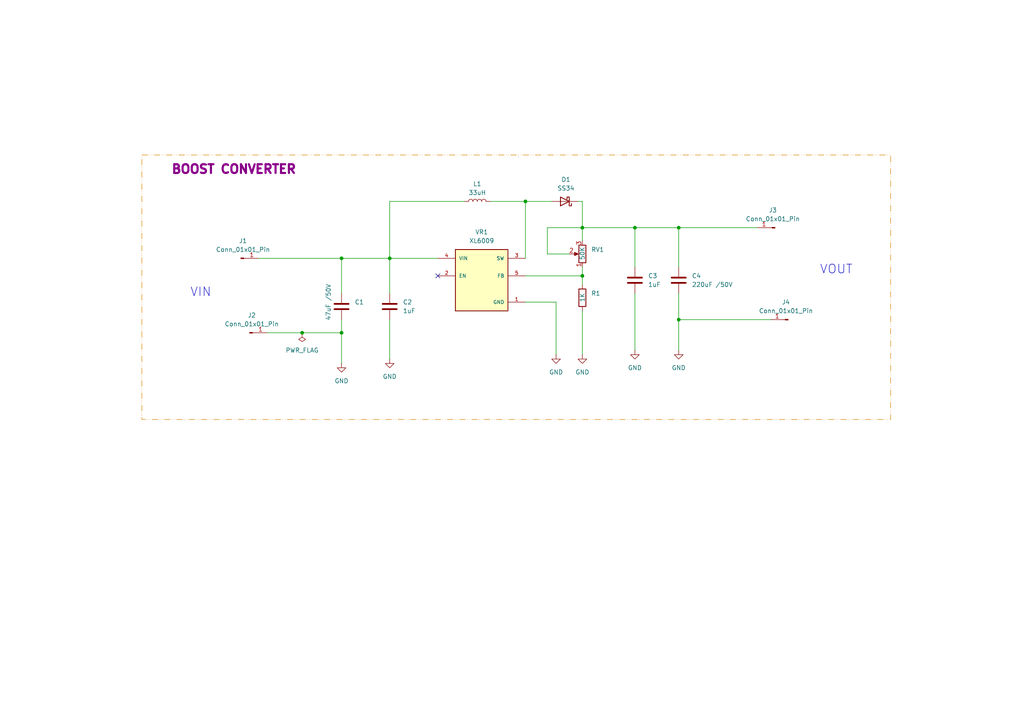
<source format=kicad_sch>
(kicad_sch
	(version 20250114)
	(generator "eeschema")
	(generator_version "9.0")
	(uuid "bfc050bd-d499-4ddb-8d81-bb4e004b44d8")
	(paper "A4")
	(title_block
		(title "BOOST CONVERTER")
		(date "2025-11-29")
		(company "IIT DHARWAD")
		(comment 1 "Drawn By :- Er. Sujit Kumar")
	)
	(lib_symbols
		(symbol "Connector:Conn_01x01_Pin"
			(pin_names
				(offset 1.016)
				(hide yes)
			)
			(exclude_from_sim no)
			(in_bom yes)
			(on_board yes)
			(property "Reference" "J"
				(at 0 2.54 0)
				(effects
					(font
						(size 1.27 1.27)
					)
				)
			)
			(property "Value" "Conn_01x01_Pin"
				(at 0 -2.54 0)
				(effects
					(font
						(size 1.27 1.27)
					)
				)
			)
			(property "Footprint" ""
				(at 0 0 0)
				(effects
					(font
						(size 1.27 1.27)
					)
					(hide yes)
				)
			)
			(property "Datasheet" "~"
				(at 0 0 0)
				(effects
					(font
						(size 1.27 1.27)
					)
					(hide yes)
				)
			)
			(property "Description" "Generic connector, single row, 01x01, script generated"
				(at 0 0 0)
				(effects
					(font
						(size 1.27 1.27)
					)
					(hide yes)
				)
			)
			(property "ki_locked" ""
				(at 0 0 0)
				(effects
					(font
						(size 1.27 1.27)
					)
				)
			)
			(property "ki_keywords" "connector"
				(at 0 0 0)
				(effects
					(font
						(size 1.27 1.27)
					)
					(hide yes)
				)
			)
			(property "ki_fp_filters" "Connector*:*_1x??_*"
				(at 0 0 0)
				(effects
					(font
						(size 1.27 1.27)
					)
					(hide yes)
				)
			)
			(symbol "Conn_01x01_Pin_1_1"
				(rectangle
					(start 0.8636 0.127)
					(end 0 -0.127)
					(stroke
						(width 0.1524)
						(type default)
					)
					(fill
						(type outline)
					)
				)
				(polyline
					(pts
						(xy 1.27 0) (xy 0.8636 0)
					)
					(stroke
						(width 0.1524)
						(type default)
					)
					(fill
						(type none)
					)
				)
				(pin passive line
					(at 5.08 0 180)
					(length 3.81)
					(name "Pin_1"
						(effects
							(font
								(size 1.27 1.27)
							)
						)
					)
					(number "1"
						(effects
							(font
								(size 1.27 1.27)
							)
						)
					)
				)
			)
			(embedded_fonts no)
		)
		(symbol "Device:C"
			(pin_numbers
				(hide yes)
			)
			(pin_names
				(offset 0.254)
			)
			(exclude_from_sim no)
			(in_bom yes)
			(on_board yes)
			(property "Reference" "C"
				(at 0.635 2.54 0)
				(effects
					(font
						(size 1.27 1.27)
					)
					(justify left)
				)
			)
			(property "Value" "C"
				(at 0.635 -2.54 0)
				(effects
					(font
						(size 1.27 1.27)
					)
					(justify left)
				)
			)
			(property "Footprint" ""
				(at 0.9652 -3.81 0)
				(effects
					(font
						(size 1.27 1.27)
					)
					(hide yes)
				)
			)
			(property "Datasheet" "~"
				(at 0 0 0)
				(effects
					(font
						(size 1.27 1.27)
					)
					(hide yes)
				)
			)
			(property "Description" "Unpolarized capacitor"
				(at 0 0 0)
				(effects
					(font
						(size 1.27 1.27)
					)
					(hide yes)
				)
			)
			(property "ki_keywords" "cap capacitor"
				(at 0 0 0)
				(effects
					(font
						(size 1.27 1.27)
					)
					(hide yes)
				)
			)
			(property "ki_fp_filters" "C_*"
				(at 0 0 0)
				(effects
					(font
						(size 1.27 1.27)
					)
					(hide yes)
				)
			)
			(symbol "C_0_1"
				(polyline
					(pts
						(xy -2.032 0.762) (xy 2.032 0.762)
					)
					(stroke
						(width 0.508)
						(type default)
					)
					(fill
						(type none)
					)
				)
				(polyline
					(pts
						(xy -2.032 -0.762) (xy 2.032 -0.762)
					)
					(stroke
						(width 0.508)
						(type default)
					)
					(fill
						(type none)
					)
				)
			)
			(symbol "C_1_1"
				(pin passive line
					(at 0 3.81 270)
					(length 2.794)
					(name "~"
						(effects
							(font
								(size 1.27 1.27)
							)
						)
					)
					(number "1"
						(effects
							(font
								(size 1.27 1.27)
							)
						)
					)
				)
				(pin passive line
					(at 0 -3.81 90)
					(length 2.794)
					(name "~"
						(effects
							(font
								(size 1.27 1.27)
							)
						)
					)
					(number "2"
						(effects
							(font
								(size 1.27 1.27)
							)
						)
					)
				)
			)
			(embedded_fonts no)
		)
		(symbol "Device:L"
			(pin_numbers
				(hide yes)
			)
			(pin_names
				(offset 1.016)
				(hide yes)
			)
			(exclude_from_sim no)
			(in_bom yes)
			(on_board yes)
			(property "Reference" "L"
				(at -1.27 0 90)
				(effects
					(font
						(size 1.27 1.27)
					)
				)
			)
			(property "Value" "L"
				(at 1.905 0 90)
				(effects
					(font
						(size 1.27 1.27)
					)
				)
			)
			(property "Footprint" ""
				(at 0 0 0)
				(effects
					(font
						(size 1.27 1.27)
					)
					(hide yes)
				)
			)
			(property "Datasheet" "~"
				(at 0 0 0)
				(effects
					(font
						(size 1.27 1.27)
					)
					(hide yes)
				)
			)
			(property "Description" "Inductor"
				(at 0 0 0)
				(effects
					(font
						(size 1.27 1.27)
					)
					(hide yes)
				)
			)
			(property "ki_keywords" "inductor choke coil reactor magnetic"
				(at 0 0 0)
				(effects
					(font
						(size 1.27 1.27)
					)
					(hide yes)
				)
			)
			(property "ki_fp_filters" "Choke_* *Coil* Inductor_* L_*"
				(at 0 0 0)
				(effects
					(font
						(size 1.27 1.27)
					)
					(hide yes)
				)
			)
			(symbol "L_0_1"
				(arc
					(start 0 2.54)
					(mid 0.6323 1.905)
					(end 0 1.27)
					(stroke
						(width 0)
						(type default)
					)
					(fill
						(type none)
					)
				)
				(arc
					(start 0 1.27)
					(mid 0.6323 0.635)
					(end 0 0)
					(stroke
						(width 0)
						(type default)
					)
					(fill
						(type none)
					)
				)
				(arc
					(start 0 0)
					(mid 0.6323 -0.635)
					(end 0 -1.27)
					(stroke
						(width 0)
						(type default)
					)
					(fill
						(type none)
					)
				)
				(arc
					(start 0 -1.27)
					(mid 0.6323 -1.905)
					(end 0 -2.54)
					(stroke
						(width 0)
						(type default)
					)
					(fill
						(type none)
					)
				)
			)
			(symbol "L_1_1"
				(pin passive line
					(at 0 3.81 270)
					(length 1.27)
					(name "1"
						(effects
							(font
								(size 1.27 1.27)
							)
						)
					)
					(number "1"
						(effects
							(font
								(size 1.27 1.27)
							)
						)
					)
				)
				(pin passive line
					(at 0 -3.81 90)
					(length 1.27)
					(name "2"
						(effects
							(font
								(size 1.27 1.27)
							)
						)
					)
					(number "2"
						(effects
							(font
								(size 1.27 1.27)
							)
						)
					)
				)
			)
			(embedded_fonts no)
		)
		(symbol "Device:R"
			(pin_numbers
				(hide yes)
			)
			(pin_names
				(offset 0)
			)
			(exclude_from_sim no)
			(in_bom yes)
			(on_board yes)
			(property "Reference" "R"
				(at 2.032 0 90)
				(effects
					(font
						(size 1.27 1.27)
					)
				)
			)
			(property "Value" "R"
				(at 0 0 90)
				(effects
					(font
						(size 1.27 1.27)
					)
				)
			)
			(property "Footprint" ""
				(at -1.778 0 90)
				(effects
					(font
						(size 1.27 1.27)
					)
					(hide yes)
				)
			)
			(property "Datasheet" "~"
				(at 0 0 0)
				(effects
					(font
						(size 1.27 1.27)
					)
					(hide yes)
				)
			)
			(property "Description" "Resistor"
				(at 0 0 0)
				(effects
					(font
						(size 1.27 1.27)
					)
					(hide yes)
				)
			)
			(property "ki_keywords" "R res resistor"
				(at 0 0 0)
				(effects
					(font
						(size 1.27 1.27)
					)
					(hide yes)
				)
			)
			(property "ki_fp_filters" "R_*"
				(at 0 0 0)
				(effects
					(font
						(size 1.27 1.27)
					)
					(hide yes)
				)
			)
			(symbol "R_0_1"
				(rectangle
					(start -1.016 -2.54)
					(end 1.016 2.54)
					(stroke
						(width 0.254)
						(type default)
					)
					(fill
						(type none)
					)
				)
			)
			(symbol "R_1_1"
				(pin passive line
					(at 0 3.81 270)
					(length 1.27)
					(name "~"
						(effects
							(font
								(size 1.27 1.27)
							)
						)
					)
					(number "1"
						(effects
							(font
								(size 1.27 1.27)
							)
						)
					)
				)
				(pin passive line
					(at 0 -3.81 90)
					(length 1.27)
					(name "~"
						(effects
							(font
								(size 1.27 1.27)
							)
						)
					)
					(number "2"
						(effects
							(font
								(size 1.27 1.27)
							)
						)
					)
				)
			)
			(embedded_fonts no)
		)
		(symbol "Device:R_Potentiometer"
			(pin_names
				(offset 1.016)
				(hide yes)
			)
			(exclude_from_sim no)
			(in_bom yes)
			(on_board yes)
			(property "Reference" "RV"
				(at -4.445 0 90)
				(effects
					(font
						(size 1.27 1.27)
					)
				)
			)
			(property "Value" "R_Potentiometer"
				(at -2.54 0 90)
				(effects
					(font
						(size 1.27 1.27)
					)
				)
			)
			(property "Footprint" ""
				(at 0 0 0)
				(effects
					(font
						(size 1.27 1.27)
					)
					(hide yes)
				)
			)
			(property "Datasheet" "~"
				(at 0 0 0)
				(effects
					(font
						(size 1.27 1.27)
					)
					(hide yes)
				)
			)
			(property "Description" "Potentiometer"
				(at 0 0 0)
				(effects
					(font
						(size 1.27 1.27)
					)
					(hide yes)
				)
			)
			(property "ki_keywords" "resistor variable"
				(at 0 0 0)
				(effects
					(font
						(size 1.27 1.27)
					)
					(hide yes)
				)
			)
			(property "ki_fp_filters" "Potentiometer*"
				(at 0 0 0)
				(effects
					(font
						(size 1.27 1.27)
					)
					(hide yes)
				)
			)
			(symbol "R_Potentiometer_0_1"
				(rectangle
					(start 1.016 2.54)
					(end -1.016 -2.54)
					(stroke
						(width 0.254)
						(type default)
					)
					(fill
						(type none)
					)
				)
				(polyline
					(pts
						(xy 1.143 0) (xy 2.286 0.508) (xy 2.286 -0.508) (xy 1.143 0)
					)
					(stroke
						(width 0)
						(type default)
					)
					(fill
						(type outline)
					)
				)
				(polyline
					(pts
						(xy 2.54 0) (xy 1.524 0)
					)
					(stroke
						(width 0)
						(type default)
					)
					(fill
						(type none)
					)
				)
			)
			(symbol "R_Potentiometer_1_1"
				(pin passive line
					(at 0 3.81 270)
					(length 1.27)
					(name "1"
						(effects
							(font
								(size 1.27 1.27)
							)
						)
					)
					(number "1"
						(effects
							(font
								(size 1.27 1.27)
							)
						)
					)
				)
				(pin passive line
					(at 0 -3.81 90)
					(length 1.27)
					(name "3"
						(effects
							(font
								(size 1.27 1.27)
							)
						)
					)
					(number "3"
						(effects
							(font
								(size 1.27 1.27)
							)
						)
					)
				)
				(pin passive line
					(at 3.81 0 180)
					(length 1.27)
					(name "2"
						(effects
							(font
								(size 1.27 1.27)
							)
						)
					)
					(number "2"
						(effects
							(font
								(size 1.27 1.27)
							)
						)
					)
				)
			)
			(embedded_fonts no)
		)
		(symbol "Diode:SS34"
			(pin_numbers
				(hide yes)
			)
			(pin_names
				(offset 1.016)
				(hide yes)
			)
			(exclude_from_sim no)
			(in_bom yes)
			(on_board yes)
			(property "Reference" "D"
				(at 0 2.54 0)
				(effects
					(font
						(size 1.27 1.27)
					)
				)
			)
			(property "Value" "SS34"
				(at 0 -2.54 0)
				(effects
					(font
						(size 1.27 1.27)
					)
				)
			)
			(property "Footprint" "Diode_SMD:D_SMA"
				(at 0 -4.445 0)
				(effects
					(font
						(size 1.27 1.27)
					)
					(hide yes)
				)
			)
			(property "Datasheet" "https://www.vishay.com/docs/88751/ss32.pdf"
				(at 0 0 0)
				(effects
					(font
						(size 1.27 1.27)
					)
					(hide yes)
				)
			)
			(property "Description" "40V 3A Schottky Diode, SMA"
				(at 0 0 0)
				(effects
					(font
						(size 1.27 1.27)
					)
					(hide yes)
				)
			)
			(property "ki_keywords" "diode Schottky"
				(at 0 0 0)
				(effects
					(font
						(size 1.27 1.27)
					)
					(hide yes)
				)
			)
			(property "ki_fp_filters" "D*SMA*"
				(at 0 0 0)
				(effects
					(font
						(size 1.27 1.27)
					)
					(hide yes)
				)
			)
			(symbol "SS34_0_1"
				(polyline
					(pts
						(xy -1.905 0.635) (xy -1.905 1.27) (xy -1.27 1.27) (xy -1.27 -1.27) (xy -0.635 -1.27) (xy -0.635 -0.635)
					)
					(stroke
						(width 0.254)
						(type default)
					)
					(fill
						(type none)
					)
				)
				(polyline
					(pts
						(xy 1.27 1.27) (xy 1.27 -1.27) (xy -1.27 0) (xy 1.27 1.27)
					)
					(stroke
						(width 0.254)
						(type default)
					)
					(fill
						(type none)
					)
				)
				(polyline
					(pts
						(xy 1.27 0) (xy -1.27 0)
					)
					(stroke
						(width 0)
						(type default)
					)
					(fill
						(type none)
					)
				)
			)
			(symbol "SS34_1_1"
				(pin passive line
					(at -3.81 0 0)
					(length 2.54)
					(name "K"
						(effects
							(font
								(size 1.27 1.27)
							)
						)
					)
					(number "1"
						(effects
							(font
								(size 1.27 1.27)
							)
						)
					)
				)
				(pin passive line
					(at 3.81 0 180)
					(length 2.54)
					(name "A"
						(effects
							(font
								(size 1.27 1.27)
							)
						)
					)
					(number "2"
						(effects
							(font
								(size 1.27 1.27)
							)
						)
					)
				)
			)
			(embedded_fonts no)
		)
		(symbol "XL6009:XL6009"
			(pin_names
				(offset 1.016)
			)
			(exclude_from_sim no)
			(in_bom yes)
			(on_board yes)
			(property "Reference" "VR"
				(at -7.62 8.89 0)
				(effects
					(font
						(size 1.27 1.27)
					)
					(justify left bottom)
				)
			)
			(property "Value" "XL6009"
				(at -7.62 -11.43 0)
				(effects
					(font
						(size 1.27 1.27)
					)
					(justify left top)
				)
			)
			(property "Footprint" "XL6009:DPAK170P1435X465-6N"
				(at 0 0 0)
				(effects
					(font
						(size 1.27 1.27)
					)
					(justify bottom)
					(hide yes)
				)
			)
			(property "Datasheet" ""
				(at 0 0 0)
				(effects
					(font
						(size 1.27 1.27)
					)
					(hide yes)
				)
			)
			(property "Description" ""
				(at 0 0 0)
				(effects
					(font
						(size 1.27 1.27)
					)
					(hide yes)
				)
			)
			(property "MF" "XLSEMI"
				(at 0 0 0)
				(effects
					(font
						(size 1.27 1.27)
					)
					(justify bottom)
					(hide yes)
				)
			)
			(property "MAXIMUM_PACKAGE_HEIGHT" "4.65mm"
				(at 0 0 0)
				(effects
					(font
						(size 1.27 1.27)
					)
					(justify bottom)
					(hide yes)
				)
			)
			(property "Package" "TO-263-5L XLSEMI"
				(at 0 0 0)
				(effects
					(font
						(size 1.27 1.27)
					)
					(justify bottom)
					(hide yes)
				)
			)
			(property "Price" "None"
				(at 0 0 0)
				(effects
					(font
						(size 1.27 1.27)
					)
					(justify bottom)
					(hide yes)
				)
			)
			(property "Check_prices" "https://www.snapeda.com/parts/XL6009/XLSEMI/view-part/?ref=eda"
				(at 0 0 0)
				(effects
					(font
						(size 1.27 1.27)
					)
					(justify bottom)
					(hide yes)
				)
			)
			(property "STANDARD" "IPC-7351B"
				(at 0 0 0)
				(effects
					(font
						(size 1.27 1.27)
					)
					(justify bottom)
					(hide yes)
				)
			)
			(property "PARTREV" "1.1"
				(at 0 0 0)
				(effects
					(font
						(size 1.27 1.27)
					)
					(justify bottom)
					(hide yes)
				)
			)
			(property "SnapEDA_Link" "https://www.snapeda.com/parts/XL6009/XLSEMI/view-part/?ref=snap"
				(at 0 0 0)
				(effects
					(font
						(size 1.27 1.27)
					)
					(justify bottom)
					(hide yes)
				)
			)
			(property "MP" "XL6009"
				(at 0 0 0)
				(effects
					(font
						(size 1.27 1.27)
					)
					(justify bottom)
					(hide yes)
				)
			)
			(property "Description_1" "The XL6009 regulator is a wide input range, current mode, DC/DC converter which is capable of generating either positive or negative output voltages."
				(at 0 0 0)
				(effects
					(font
						(size 1.27 1.27)
					)
					(justify bottom)
					(hide yes)
				)
			)
			(property "Availability" "Not in stock"
				(at 0 0 0)
				(effects
					(font
						(size 1.27 1.27)
					)
					(justify bottom)
					(hide yes)
				)
			)
			(property "MANUFACTURER" "XLSEMI"
				(at 0 0 0)
				(effects
					(font
						(size 1.27 1.27)
					)
					(justify bottom)
					(hide yes)
				)
			)
			(symbol "XL6009_0_0"
				(rectangle
					(start -7.62 -10.16)
					(end 7.62 7.62)
					(stroke
						(width 0.254)
						(type default)
					)
					(fill
						(type background)
					)
				)
				(pin input line
					(at -12.7 5.08 0)
					(length 5.08)
					(name "VIN"
						(effects
							(font
								(size 1.016 1.016)
							)
						)
					)
					(number "4"
						(effects
							(font
								(size 1.016 1.016)
							)
						)
					)
				)
				(pin input line
					(at -12.7 0 0)
					(length 5.08)
					(name "EN"
						(effects
							(font
								(size 1.016 1.016)
							)
						)
					)
					(number "2"
						(effects
							(font
								(size 1.016 1.016)
							)
						)
					)
				)
				(pin output line
					(at 12.7 5.08 180)
					(length 5.08)
					(name "SW"
						(effects
							(font
								(size 1.016 1.016)
							)
						)
					)
					(number "3"
						(effects
							(font
								(size 1.016 1.016)
							)
						)
					)
				)
				(pin output line
					(at 12.7 5.08 180)
					(length 5.08)
					(hide yes)
					(name "SW"
						(effects
							(font
								(size 1.016 1.016)
							)
						)
					)
					(number "6"
						(effects
							(font
								(size 1.016 1.016)
							)
						)
					)
				)
				(pin input line
					(at 12.7 0 180)
					(length 5.08)
					(name "FB"
						(effects
							(font
								(size 1.016 1.016)
							)
						)
					)
					(number "5"
						(effects
							(font
								(size 1.016 1.016)
							)
						)
					)
				)
				(pin power_in line
					(at 12.7 -7.62 180)
					(length 5.08)
					(name "GND"
						(effects
							(font
								(size 1.016 1.016)
							)
						)
					)
					(number "1"
						(effects
							(font
								(size 1.016 1.016)
							)
						)
					)
				)
			)
			(embedded_fonts no)
		)
		(symbol "power:GND"
			(power)
			(pin_numbers
				(hide yes)
			)
			(pin_names
				(offset 0)
				(hide yes)
			)
			(exclude_from_sim no)
			(in_bom yes)
			(on_board yes)
			(property "Reference" "#PWR"
				(at 0 -6.35 0)
				(effects
					(font
						(size 1.27 1.27)
					)
					(hide yes)
				)
			)
			(property "Value" "GND"
				(at 0 -3.81 0)
				(effects
					(font
						(size 1.27 1.27)
					)
				)
			)
			(property "Footprint" ""
				(at 0 0 0)
				(effects
					(font
						(size 1.27 1.27)
					)
					(hide yes)
				)
			)
			(property "Datasheet" ""
				(at 0 0 0)
				(effects
					(font
						(size 1.27 1.27)
					)
					(hide yes)
				)
			)
			(property "Description" "Power symbol creates a global label with name \"GND\" , ground"
				(at 0 0 0)
				(effects
					(font
						(size 1.27 1.27)
					)
					(hide yes)
				)
			)
			(property "ki_keywords" "global power"
				(at 0 0 0)
				(effects
					(font
						(size 1.27 1.27)
					)
					(hide yes)
				)
			)
			(symbol "GND_0_1"
				(polyline
					(pts
						(xy 0 0) (xy 0 -1.27) (xy 1.27 -1.27) (xy 0 -2.54) (xy -1.27 -1.27) (xy 0 -1.27)
					)
					(stroke
						(width 0)
						(type default)
					)
					(fill
						(type none)
					)
				)
			)
			(symbol "GND_1_1"
				(pin power_in line
					(at 0 0 270)
					(length 0)
					(name "~"
						(effects
							(font
								(size 1.27 1.27)
							)
						)
					)
					(number "1"
						(effects
							(font
								(size 1.27 1.27)
							)
						)
					)
				)
			)
			(embedded_fonts no)
		)
		(symbol "power:PWR_FLAG"
			(power)
			(pin_numbers
				(hide yes)
			)
			(pin_names
				(offset 0)
				(hide yes)
			)
			(exclude_from_sim no)
			(in_bom yes)
			(on_board yes)
			(property "Reference" "#FLG"
				(at 0 1.905 0)
				(effects
					(font
						(size 1.27 1.27)
					)
					(hide yes)
				)
			)
			(property "Value" "PWR_FLAG"
				(at 0 3.81 0)
				(effects
					(font
						(size 1.27 1.27)
					)
				)
			)
			(property "Footprint" ""
				(at 0 0 0)
				(effects
					(font
						(size 1.27 1.27)
					)
					(hide yes)
				)
			)
			(property "Datasheet" "~"
				(at 0 0 0)
				(effects
					(font
						(size 1.27 1.27)
					)
					(hide yes)
				)
			)
			(property "Description" "Special symbol for telling ERC where power comes from"
				(at 0 0 0)
				(effects
					(font
						(size 1.27 1.27)
					)
					(hide yes)
				)
			)
			(property "ki_keywords" "flag power"
				(at 0 0 0)
				(effects
					(font
						(size 1.27 1.27)
					)
					(hide yes)
				)
			)
			(symbol "PWR_FLAG_0_0"
				(pin power_out line
					(at 0 0 90)
					(length 0)
					(name "~"
						(effects
							(font
								(size 1.27 1.27)
							)
						)
					)
					(number "1"
						(effects
							(font
								(size 1.27 1.27)
							)
						)
					)
				)
			)
			(symbol "PWR_FLAG_0_1"
				(polyline
					(pts
						(xy 0 0) (xy 0 1.27) (xy -1.016 1.905) (xy 0 2.54) (xy 1.016 1.905) (xy 0 1.27)
					)
					(stroke
						(width 0)
						(type default)
					)
					(fill
						(type none)
					)
				)
			)
			(embedded_fonts no)
		)
	)
	(rectangle
		(start 41.148 44.958)
		(end 258.318 121.666)
		(stroke
			(width 0)
			(type dash_dot_dot)
			(color 221 133 0 1)
		)
		(fill
			(type none)
		)
		(uuid 755a9005-ae2d-41ba-bcec-59db81b85510)
	)
	(rectangle
		(start 150.368 45.466)
		(end 150.368 45.466)
		(stroke
			(width 0)
			(type default)
		)
		(fill
			(type none)
		)
		(uuid d5e6ebbe-8d34-4b21-b8cd-021cb6fdd8c1)
	)
	(text "VOUT"
		(exclude_from_sim no)
		(at 237.744 78.232 0)
		(effects
			(font
				(size 2.54 2.54)
			)
			(justify left)
		)
		(uuid "5f008357-7c39-491a-8ef7-ff3e7126d5a3")
	)
	(text "VIN"
		(exclude_from_sim no)
		(at 55.118 84.836 0)
		(effects
			(font
				(size 2.54 2.54)
			)
			(justify left)
		)
		(uuid "70c18e90-a05e-4bea-87c0-6bbc4eb29de3")
	)
	(text "BOOST CONVERTER "
		(exclude_from_sim no)
		(at 49.53 49.276 0)
		(effects
			(font
				(size 2.54 2.54)
				(thickness 0.6096)
				(bold yes)
				(color 132 0 132 1)
			)
			(justify left)
		)
		(uuid "c3ddad24-8a00-479f-9520-f0a8423eae2f")
	)
	(junction
		(at 196.85 92.71)
		(diameter 0)
		(color 0 0 0 0)
		(uuid "38d8548f-2879-435b-b1cc-f39a09a99976")
	)
	(junction
		(at 152.4 58.42)
		(diameter 0)
		(color 0 0 0 0)
		(uuid "3f1eafc0-4971-426f-8639-4a1e0cceddd8")
	)
	(junction
		(at 99.06 74.93)
		(diameter 0)
		(color 0 0 0 0)
		(uuid "5298cce7-ea9a-4c3b-ab2d-8b8fba316a5b")
	)
	(junction
		(at 168.91 66.04)
		(diameter 0)
		(color 0 0 0 0)
		(uuid "59bcf5d0-eea0-429b-9a77-b265d99a7d67")
	)
	(junction
		(at 87.63 96.52)
		(diameter 0)
		(color 0 0 0 0)
		(uuid "7d336314-e921-4122-9199-185f01955d2f")
	)
	(junction
		(at 99.06 96.52)
		(diameter 0)
		(color 0 0 0 0)
		(uuid "832bcff6-a043-4c78-8a60-2a263999d12b")
	)
	(junction
		(at 113.03 74.93)
		(diameter 0)
		(color 0 0 0 0)
		(uuid "a78dc41e-34ad-4c1c-87a2-3768255c6c93")
	)
	(junction
		(at 168.91 80.01)
		(diameter 0)
		(color 0 0 0 0)
		(uuid "bcc2cf06-1c32-4c56-8331-51caccf6ab2e")
	)
	(junction
		(at 184.15 66.04)
		(diameter 0)
		(color 0 0 0 0)
		(uuid "f0cbac0a-6499-44b9-8944-9610f79a9627")
	)
	(junction
		(at 196.85 66.04)
		(diameter 0)
		(color 0 0 0 0)
		(uuid "fb055d39-a8df-48b7-ad7d-beaabe3e63b2")
	)
	(no_connect
		(at 127 80.01)
		(uuid "e0b23361-e37c-4990-8606-68fce59a3dc9")
	)
	(wire
		(pts
			(xy 152.4 58.42) (xy 152.4 74.93)
		)
		(stroke
			(width 0)
			(type default)
		)
		(uuid "110d442a-9fbc-4f51-b3bb-da82d6f5601f")
	)
	(wire
		(pts
			(xy 113.03 74.93) (xy 113.03 58.42)
		)
		(stroke
			(width 0)
			(type default)
		)
		(uuid "16209cfe-e039-45c4-9d83-e39d1ad5f18c")
	)
	(wire
		(pts
			(xy 161.29 87.63) (xy 161.29 102.87)
		)
		(stroke
			(width 0)
			(type default)
		)
		(uuid "1bf6b581-9ac2-4b12-8439-fe061aa7c483")
	)
	(wire
		(pts
			(xy 127 74.93) (xy 113.03 74.93)
		)
		(stroke
			(width 0)
			(type default)
		)
		(uuid "219ed3d9-1000-4858-aed2-5b4dfdd6f95c")
	)
	(wire
		(pts
			(xy 196.85 92.71) (xy 196.85 101.6)
		)
		(stroke
			(width 0)
			(type default)
		)
		(uuid "2330a10a-f658-4dfa-8bc9-642b06e4bd69")
	)
	(wire
		(pts
			(xy 113.03 58.42) (xy 134.62 58.42)
		)
		(stroke
			(width 0)
			(type default)
		)
		(uuid "312f87c7-fa84-4700-aa80-feb8f305da9a")
	)
	(wire
		(pts
			(xy 142.24 58.42) (xy 152.4 58.42)
		)
		(stroke
			(width 0)
			(type default)
		)
		(uuid "32156fba-bf34-47e8-9ae9-613ca12ca52f")
	)
	(wire
		(pts
			(xy 158.75 66.04) (xy 168.91 66.04)
		)
		(stroke
			(width 0)
			(type default)
		)
		(uuid "34e371f7-6202-419e-9058-9aa006c3a3eb")
	)
	(wire
		(pts
			(xy 77.47 96.52) (xy 87.63 96.52)
		)
		(stroke
			(width 0)
			(type default)
		)
		(uuid "4b9f19bf-8d80-4ddc-9147-4df95803becc")
	)
	(wire
		(pts
			(xy 168.91 58.42) (xy 167.64 58.42)
		)
		(stroke
			(width 0)
			(type default)
		)
		(uuid "4c874a64-b6df-4058-8d4e-dabc66449123")
	)
	(wire
		(pts
			(xy 99.06 96.52) (xy 99.06 105.41)
		)
		(stroke
			(width 0)
			(type default)
		)
		(uuid "500f2c55-e2bc-4b24-85f7-e6aadfd8a7b6")
	)
	(wire
		(pts
			(xy 168.91 90.17) (xy 168.91 102.87)
		)
		(stroke
			(width 0)
			(type default)
		)
		(uuid "517df380-9b92-4c61-8943-1608ff387bc4")
	)
	(wire
		(pts
			(xy 168.91 69.85) (xy 168.91 66.04)
		)
		(stroke
			(width 0)
			(type default)
		)
		(uuid "52a73b8e-7b25-4634-a290-0674eedf81d5")
	)
	(wire
		(pts
			(xy 196.85 77.47) (xy 196.85 66.04)
		)
		(stroke
			(width 0)
			(type default)
		)
		(uuid "5b402ff5-d3d0-47f1-bd32-13480b263d84")
	)
	(wire
		(pts
			(xy 152.4 58.42) (xy 160.02 58.42)
		)
		(stroke
			(width 0)
			(type default)
		)
		(uuid "5e12323f-4143-46d6-a050-e278518e180e")
	)
	(wire
		(pts
			(xy 168.91 80.01) (xy 168.91 77.47)
		)
		(stroke
			(width 0)
			(type default)
		)
		(uuid "65d90b1f-7585-49b8-91d2-1ed2abdbaaad")
	)
	(wire
		(pts
			(xy 168.91 66.04) (xy 168.91 58.42)
		)
		(stroke
			(width 0)
			(type default)
		)
		(uuid "6b9138ed-dda4-423f-a916-109940a91a26")
	)
	(wire
		(pts
			(xy 74.93 74.93) (xy 99.06 74.93)
		)
		(stroke
			(width 0)
			(type default)
		)
		(uuid "765730e5-4242-4303-a41b-48c09e67efcc")
	)
	(wire
		(pts
			(xy 113.03 92.71) (xy 113.03 104.14)
		)
		(stroke
			(width 0)
			(type default)
		)
		(uuid "827376a0-c013-408e-b448-31615432583f")
	)
	(wire
		(pts
			(xy 165.1 73.66) (xy 158.75 73.66)
		)
		(stroke
			(width 0)
			(type default)
		)
		(uuid "85f1f1e9-917a-42ba-932c-c2a7d174d6e4")
	)
	(wire
		(pts
			(xy 196.85 66.04) (xy 184.15 66.04)
		)
		(stroke
			(width 0)
			(type default)
		)
		(uuid "91c088b2-9826-47fc-bd09-7161d6f5701a")
	)
	(wire
		(pts
			(xy 184.15 66.04) (xy 168.91 66.04)
		)
		(stroke
			(width 0)
			(type default)
		)
		(uuid "9759d379-c3e8-4ae4-9eff-72661db6dccf")
	)
	(wire
		(pts
			(xy 196.85 92.71) (xy 223.52 92.71)
		)
		(stroke
			(width 0)
			(type default)
		)
		(uuid "9faea84f-f303-40ac-94d4-6d3f809c7313")
	)
	(wire
		(pts
			(xy 152.4 87.63) (xy 161.29 87.63)
		)
		(stroke
			(width 0)
			(type default)
		)
		(uuid "a9fbac73-c439-4464-a66a-c8bb73453bf8")
	)
	(wire
		(pts
			(xy 158.75 73.66) (xy 158.75 66.04)
		)
		(stroke
			(width 0)
			(type default)
		)
		(uuid "ab1956a8-7307-420d-992a-f8770d7960f0")
	)
	(wire
		(pts
			(xy 87.63 96.52) (xy 99.06 96.52)
		)
		(stroke
			(width 0)
			(type default)
		)
		(uuid "b1b806f7-9e93-4218-bdc8-21e63421692a")
	)
	(wire
		(pts
			(xy 196.85 66.04) (xy 219.71 66.04)
		)
		(stroke
			(width 0)
			(type default)
		)
		(uuid "b2776ad7-b1a4-4eed-81a7-63f648949509")
	)
	(wire
		(pts
			(xy 196.85 85.09) (xy 196.85 92.71)
		)
		(stroke
			(width 0)
			(type default)
		)
		(uuid "bd97453d-1ac3-4e1f-a02c-54dd6b868446")
	)
	(wire
		(pts
			(xy 168.91 80.01) (xy 168.91 82.55)
		)
		(stroke
			(width 0)
			(type default)
		)
		(uuid "c3644bba-fa46-4c2c-8263-985bb4d69d31")
	)
	(wire
		(pts
			(xy 152.4 80.01) (xy 168.91 80.01)
		)
		(stroke
			(width 0)
			(type default)
		)
		(uuid "c8f57062-b504-4ff1-83e0-95f2b7ee4bf1")
	)
	(wire
		(pts
			(xy 99.06 74.93) (xy 113.03 74.93)
		)
		(stroke
			(width 0)
			(type default)
		)
		(uuid "d6dd25ca-394c-4645-b779-da4c121976a9")
	)
	(wire
		(pts
			(xy 184.15 77.47) (xy 184.15 66.04)
		)
		(stroke
			(width 0)
			(type default)
		)
		(uuid "d8033330-aed8-41f0-b522-ac46d3079d7a")
	)
	(wire
		(pts
			(xy 99.06 92.71) (xy 99.06 96.52)
		)
		(stroke
			(width 0)
			(type default)
		)
		(uuid "d8335db2-8c6b-441f-800e-0d43a80d97e9")
	)
	(wire
		(pts
			(xy 99.06 74.93) (xy 99.06 85.09)
		)
		(stroke
			(width 0)
			(type default)
		)
		(uuid "e385c2ca-e3aa-489e-9228-24e72f7106b8")
	)
	(wire
		(pts
			(xy 184.15 85.09) (xy 184.15 101.6)
		)
		(stroke
			(width 0)
			(type default)
		)
		(uuid "f4f02e75-9c09-4fba-aedd-c533c5657fe6")
	)
	(wire
		(pts
			(xy 113.03 74.93) (xy 113.03 85.09)
		)
		(stroke
			(width 0)
			(type default)
		)
		(uuid "f97c04af-1ec7-48fd-a0e3-ceafefd1ad47")
	)
	(symbol
		(lib_id "Device:R_Potentiometer")
		(at 168.91 73.66 180)
		(unit 1)
		(exclude_from_sim no)
		(in_bom yes)
		(on_board yes)
		(dnp no)
		(uuid "0350ec39-fc28-4400-ab17-171f08b8b132")
		(property "Reference" "RV1"
			(at 171.45 72.3899 0)
			(effects
				(font
					(size 1.27 1.27)
				)
				(justify right)
			)
		)
		(property "Value" "50K"
			(at 168.91 75.438 90)
			(effects
				(font
					(size 1.27 1.27)
				)
				(justify right)
			)
		)
		(property "Footprint" "Potentiometer_THT:Potentiometer_Bourns_3296W_Vertical"
			(at 168.91 73.66 0)
			(effects
				(font
					(size 1.27 1.27)
				)
				(hide yes)
			)
		)
		(property "Datasheet" "~"
			(at 168.91 73.66 0)
			(effects
				(font
					(size 1.27 1.27)
				)
				(hide yes)
			)
		)
		(property "Description" "Potentiometer"
			(at 168.91 73.66 0)
			(effects
				(font
					(size 1.27 1.27)
				)
				(hide yes)
			)
		)
		(pin "3"
			(uuid "3a448c23-1091-4b25-a0aa-dd2701b777ec")
		)
		(pin "2"
			(uuid "e84f33d5-f622-49be-b5a6-01151dfa6bf3")
		)
		(pin "1"
			(uuid "bbd4bdef-0e61-47a9-84d0-48374a6c9754")
		)
		(instances
			(project ""
				(path "/bfc050bd-d499-4ddb-8d81-bb4e004b44d8"
					(reference "RV1")
					(unit 1)
				)
			)
		)
	)
	(symbol
		(lib_id "power:GND")
		(at 184.15 101.6 0)
		(unit 1)
		(exclude_from_sim no)
		(in_bom yes)
		(on_board yes)
		(dnp no)
		(fields_autoplaced yes)
		(uuid "19bbf1e6-563a-41d7-a9b0-2ad63c949349")
		(property "Reference" "#PWR02"
			(at 184.15 107.95 0)
			(effects
				(font
					(size 1.27 1.27)
				)
				(hide yes)
			)
		)
		(property "Value" "GND"
			(at 184.15 106.68 0)
			(effects
				(font
					(size 1.27 1.27)
				)
			)
		)
		(property "Footprint" ""
			(at 184.15 101.6 0)
			(effects
				(font
					(size 1.27 1.27)
				)
				(hide yes)
			)
		)
		(property "Datasheet" ""
			(at 184.15 101.6 0)
			(effects
				(font
					(size 1.27 1.27)
				)
				(hide yes)
			)
		)
		(property "Description" "Power symbol creates a global label with name \"GND\" , ground"
			(at 184.15 101.6 0)
			(effects
				(font
					(size 1.27 1.27)
				)
				(hide yes)
			)
		)
		(pin "1"
			(uuid "bcba31cc-8d41-4c00-8b95-52728192761d")
		)
		(instances
			(project "Boost Converter V1"
				(path "/bfc050bd-d499-4ddb-8d81-bb4e004b44d8"
					(reference "#PWR02")
					(unit 1)
				)
			)
		)
	)
	(symbol
		(lib_id "Diode:SS34")
		(at 163.83 58.42 180)
		(unit 1)
		(exclude_from_sim no)
		(in_bom yes)
		(on_board yes)
		(dnp no)
		(fields_autoplaced yes)
		(uuid "28bfe658-76e8-4870-823b-0c3ef6dfa112")
		(property "Reference" "D1"
			(at 164.1475 52.07 0)
			(effects
				(font
					(size 1.27 1.27)
				)
			)
		)
		(property "Value" "SS34"
			(at 164.1475 54.61 0)
			(effects
				(font
					(size 1.27 1.27)
				)
			)
		)
		(property "Footprint" "Diode_SMD:D_SMA"
			(at 163.83 53.975 0)
			(effects
				(font
					(size 1.27 1.27)
				)
				(hide yes)
			)
		)
		(property "Datasheet" "https://www.vishay.com/docs/88751/ss32.pdf"
			(at 163.83 58.42 0)
			(effects
				(font
					(size 1.27 1.27)
				)
				(hide yes)
			)
		)
		(property "Description" "40V 3A Schottky Diode, SMA"
			(at 163.83 58.42 0)
			(effects
				(font
					(size 1.27 1.27)
				)
				(hide yes)
			)
		)
		(pin "1"
			(uuid "66fde455-0158-4d96-a7e4-7f79d7efcd8b")
		)
		(pin "2"
			(uuid "35dbfab9-3b56-4ce9-b494-5b769ec59718")
		)
		(instances
			(project ""
				(path "/bfc050bd-d499-4ddb-8d81-bb4e004b44d8"
					(reference "D1")
					(unit 1)
				)
			)
		)
	)
	(symbol
		(lib_id "power:GND")
		(at 161.29 102.87 0)
		(unit 1)
		(exclude_from_sim no)
		(in_bom yes)
		(on_board yes)
		(dnp no)
		(fields_autoplaced yes)
		(uuid "2b404055-2269-4403-a315-fb7529051e1c")
		(property "Reference" "#PWR04"
			(at 161.29 109.22 0)
			(effects
				(font
					(size 1.27 1.27)
				)
				(hide yes)
			)
		)
		(property "Value" "GND"
			(at 161.29 107.95 0)
			(effects
				(font
					(size 1.27 1.27)
				)
			)
		)
		(property "Footprint" ""
			(at 161.29 102.87 0)
			(effects
				(font
					(size 1.27 1.27)
				)
				(hide yes)
			)
		)
		(property "Datasheet" ""
			(at 161.29 102.87 0)
			(effects
				(font
					(size 1.27 1.27)
				)
				(hide yes)
			)
		)
		(property "Description" "Power symbol creates a global label with name \"GND\" , ground"
			(at 161.29 102.87 0)
			(effects
				(font
					(size 1.27 1.27)
				)
				(hide yes)
			)
		)
		(pin "1"
			(uuid "fc8246ec-4da5-4c51-9506-dbada556e8fa")
		)
		(instances
			(project "Boost Converter V1"
				(path "/bfc050bd-d499-4ddb-8d81-bb4e004b44d8"
					(reference "#PWR04")
					(unit 1)
				)
			)
		)
	)
	(symbol
		(lib_id "power:GND")
		(at 196.85 101.6 0)
		(unit 1)
		(exclude_from_sim no)
		(in_bom yes)
		(on_board yes)
		(dnp no)
		(fields_autoplaced yes)
		(uuid "349acb84-7c32-4024-992c-c8c766fd2f50")
		(property "Reference" "#PWR01"
			(at 196.85 107.95 0)
			(effects
				(font
					(size 1.27 1.27)
				)
				(hide yes)
			)
		)
		(property "Value" "GND"
			(at 196.85 106.68 0)
			(effects
				(font
					(size 1.27 1.27)
				)
			)
		)
		(property "Footprint" ""
			(at 196.85 101.6 0)
			(effects
				(font
					(size 1.27 1.27)
				)
				(hide yes)
			)
		)
		(property "Datasheet" ""
			(at 196.85 101.6 0)
			(effects
				(font
					(size 1.27 1.27)
				)
				(hide yes)
			)
		)
		(property "Description" "Power symbol creates a global label with name \"GND\" , ground"
			(at 196.85 101.6 0)
			(effects
				(font
					(size 1.27 1.27)
				)
				(hide yes)
			)
		)
		(pin "1"
			(uuid "7d4fe646-5ea5-4170-b8fa-57c098fa3b8d")
		)
		(instances
			(project ""
				(path "/bfc050bd-d499-4ddb-8d81-bb4e004b44d8"
					(reference "#PWR01")
					(unit 1)
				)
			)
		)
	)
	(symbol
		(lib_id "Connector:Conn_01x01_Pin")
		(at 224.79 66.04 180)
		(unit 1)
		(exclude_from_sim no)
		(in_bom yes)
		(on_board yes)
		(dnp no)
		(fields_autoplaced yes)
		(uuid "3df420d0-3f32-4f81-8eb1-a6c5963f18fd")
		(property "Reference" "J3"
			(at 224.155 60.96 0)
			(effects
				(font
					(size 1.27 1.27)
				)
			)
		)
		(property "Value" "Conn_01x01_Pin"
			(at 224.155 63.5 0)
			(effects
				(font
					(size 1.27 1.27)
				)
			)
		)
		(property "Footprint" "Connector_PinHeader_2.54mm:PinHeader_1x01_P2.54mm_Vertical"
			(at 224.79 66.04 0)
			(effects
				(font
					(size 1.27 1.27)
				)
				(hide yes)
			)
		)
		(property "Datasheet" "~"
			(at 224.79 66.04 0)
			(effects
				(font
					(size 1.27 1.27)
				)
				(hide yes)
			)
		)
		(property "Description" "Generic connector, single row, 01x01, script generated"
			(at 224.79 66.04 0)
			(effects
				(font
					(size 1.27 1.27)
				)
				(hide yes)
			)
		)
		(pin "1"
			(uuid "459ffdc1-cb4b-4471-be06-d717dac6c0a7")
		)
		(instances
			(project "Boost Converter V1"
				(path "/bfc050bd-d499-4ddb-8d81-bb4e004b44d8"
					(reference "J3")
					(unit 1)
				)
			)
		)
	)
	(symbol
		(lib_id "Connector:Conn_01x01_Pin")
		(at 72.39 96.52 0)
		(unit 1)
		(exclude_from_sim no)
		(in_bom yes)
		(on_board yes)
		(dnp no)
		(fields_autoplaced yes)
		(uuid "4e010be6-69bc-4506-b4f8-70fad7242072")
		(property "Reference" "J2"
			(at 73.025 91.44 0)
			(effects
				(font
					(size 1.27 1.27)
				)
			)
		)
		(property "Value" "Conn_01x01_Pin"
			(at 73.025 93.98 0)
			(effects
				(font
					(size 1.27 1.27)
				)
			)
		)
		(property "Footprint" "Connector_PinHeader_2.54mm:PinHeader_1x01_P2.54mm_Vertical"
			(at 72.39 96.52 0)
			(effects
				(font
					(size 1.27 1.27)
				)
				(hide yes)
			)
		)
		(property "Datasheet" "~"
			(at 72.39 96.52 0)
			(effects
				(font
					(size 1.27 1.27)
				)
				(hide yes)
			)
		)
		(property "Description" "Generic connector, single row, 01x01, script generated"
			(at 72.39 96.52 0)
			(effects
				(font
					(size 1.27 1.27)
				)
				(hide yes)
			)
		)
		(pin "1"
			(uuid "538793be-a316-44c6-a05a-655da942a5f1")
		)
		(instances
			(project "Boost Converter V1"
				(path "/bfc050bd-d499-4ddb-8d81-bb4e004b44d8"
					(reference "J2")
					(unit 1)
				)
			)
		)
	)
	(symbol
		(lib_id "Device:C")
		(at 99.06 88.9 0)
		(unit 1)
		(exclude_from_sim no)
		(in_bom yes)
		(on_board yes)
		(dnp no)
		(uuid "5aad7340-ed21-433c-b81c-373bbe30208f")
		(property "Reference" "C1"
			(at 102.87 87.6299 0)
			(effects
				(font
					(size 1.27 1.27)
				)
				(justify left)
			)
		)
		(property "Value" "47uF /50V"
			(at 95.25 92.964 90)
			(effects
				(font
					(size 1.27 1.27)
				)
				(justify left)
			)
		)
		(property "Footprint" "Capacitor_THT:C_Radial_D6.3mm_H11.0mm_P2.50mm"
			(at 100.0252 92.71 0)
			(effects
				(font
					(size 1.27 1.27)
				)
				(hide yes)
			)
		)
		(property "Datasheet" "~"
			(at 99.06 88.9 0)
			(effects
				(font
					(size 1.27 1.27)
				)
				(hide yes)
			)
		)
		(property "Description" "Unpolarized capacitor"
			(at 99.06 88.9 0)
			(effects
				(font
					(size 1.27 1.27)
				)
				(hide yes)
			)
		)
		(pin "1"
			(uuid "a7eb38f0-5fe5-4972-8fc0-c2779b4983b9")
		)
		(pin "2"
			(uuid "8ca12dbd-0176-41da-bb79-ee25b0128cb9")
		)
		(instances
			(project ""
				(path "/bfc050bd-d499-4ddb-8d81-bb4e004b44d8"
					(reference "C1")
					(unit 1)
				)
			)
		)
	)
	(symbol
		(lib_id "power:GND")
		(at 99.06 105.41 0)
		(unit 1)
		(exclude_from_sim no)
		(in_bom yes)
		(on_board yes)
		(dnp no)
		(fields_autoplaced yes)
		(uuid "5fc6f395-88bf-499a-b6cf-6184c9a634e5")
		(property "Reference" "#PWR06"
			(at 99.06 111.76 0)
			(effects
				(font
					(size 1.27 1.27)
				)
				(hide yes)
			)
		)
		(property "Value" "GND"
			(at 99.06 110.49 0)
			(effects
				(font
					(size 1.27 1.27)
				)
			)
		)
		(property "Footprint" ""
			(at 99.06 105.41 0)
			(effects
				(font
					(size 1.27 1.27)
				)
				(hide yes)
			)
		)
		(property "Datasheet" ""
			(at 99.06 105.41 0)
			(effects
				(font
					(size 1.27 1.27)
				)
				(hide yes)
			)
		)
		(property "Description" "Power symbol creates a global label with name \"GND\" , ground"
			(at 99.06 105.41 0)
			(effects
				(font
					(size 1.27 1.27)
				)
				(hide yes)
			)
		)
		(pin "1"
			(uuid "dc7528bb-5e56-4749-bcc1-6584f98aaf41")
		)
		(instances
			(project "Boost Converter V1"
				(path "/bfc050bd-d499-4ddb-8d81-bb4e004b44d8"
					(reference "#PWR06")
					(unit 1)
				)
			)
		)
	)
	(symbol
		(lib_id "Device:C")
		(at 196.85 81.28 0)
		(unit 1)
		(exclude_from_sim no)
		(in_bom yes)
		(on_board yes)
		(dnp no)
		(fields_autoplaced yes)
		(uuid "775ff8b0-e7fb-4091-b3cb-7d682d91b5b8")
		(property "Reference" "C4"
			(at 200.66 80.0099 0)
			(effects
				(font
					(size 1.27 1.27)
				)
				(justify left)
			)
		)
		(property "Value" "220uF /50V"
			(at 200.66 82.5499 0)
			(effects
				(font
					(size 1.27 1.27)
				)
				(justify left)
			)
		)
		(property "Footprint" "Capacitor_THT:C_Radial_D6.3mm_H11.0mm_P2.50mm"
			(at 197.8152 85.09 0)
			(effects
				(font
					(size 1.27 1.27)
				)
				(hide yes)
			)
		)
		(property "Datasheet" "~"
			(at 196.85 81.28 0)
			(effects
				(font
					(size 1.27 1.27)
				)
				(hide yes)
			)
		)
		(property "Description" "Unpolarized capacitor"
			(at 196.85 81.28 0)
			(effects
				(font
					(size 1.27 1.27)
				)
				(hide yes)
			)
		)
		(pin "1"
			(uuid "d0f929ce-a133-4f66-9458-88b90be429e2")
		)
		(pin "2"
			(uuid "16b53d08-f269-4f85-9e7a-7c5a2f15f2e3")
		)
		(instances
			(project "Boost Converter V1"
				(path "/bfc050bd-d499-4ddb-8d81-bb4e004b44d8"
					(reference "C4")
					(unit 1)
				)
			)
		)
	)
	(symbol
		(lib_id "Device:C")
		(at 113.03 88.9 0)
		(unit 1)
		(exclude_from_sim no)
		(in_bom yes)
		(on_board yes)
		(dnp no)
		(fields_autoplaced yes)
		(uuid "7b132db9-cfcf-459e-ab2d-ad63a40f0ec0")
		(property "Reference" "C2"
			(at 116.84 87.6299 0)
			(effects
				(font
					(size 1.27 1.27)
				)
				(justify left)
			)
		)
		(property "Value" "1uF"
			(at 116.84 90.1699 0)
			(effects
				(font
					(size 1.27 1.27)
				)
				(justify left)
			)
		)
		(property "Footprint" "Capacitor_SMD:C_0805_2012Metric"
			(at 113.9952 92.71 0)
			(effects
				(font
					(size 1.27 1.27)
				)
				(hide yes)
			)
		)
		(property "Datasheet" "~"
			(at 113.03 88.9 0)
			(effects
				(font
					(size 1.27 1.27)
				)
				(hide yes)
			)
		)
		(property "Description" "Unpolarized capacitor"
			(at 113.03 88.9 0)
			(effects
				(font
					(size 1.27 1.27)
				)
				(hide yes)
			)
		)
		(pin "1"
			(uuid "557ba831-d3bc-4692-8189-bf70642d2d0e")
		)
		(pin "2"
			(uuid "0526dafd-4f02-4b7b-b61e-68bdadbc4f13")
		)
		(instances
			(project "Boost Converter V1"
				(path "/bfc050bd-d499-4ddb-8d81-bb4e004b44d8"
					(reference "C2")
					(unit 1)
				)
			)
		)
	)
	(symbol
		(lib_id "XL6009:XL6009")
		(at 139.7 80.01 0)
		(unit 1)
		(exclude_from_sim no)
		(in_bom yes)
		(on_board yes)
		(dnp no)
		(fields_autoplaced yes)
		(uuid "96011321-e947-460e-abca-b10511eefd77")
		(property "Reference" "VR1"
			(at 139.7 67.31 0)
			(effects
				(font
					(size 1.27 1.27)
				)
			)
		)
		(property "Value" "XL6009"
			(at 139.7 69.85 0)
			(effects
				(font
					(size 1.27 1.27)
				)
			)
		)
		(property "Footprint" "XL6009:DPAK170P1435X465-6N"
			(at 139.7 80.01 0)
			(effects
				(font
					(size 1.27 1.27)
				)
				(justify bottom)
				(hide yes)
			)
		)
		(property "Datasheet" ""
			(at 139.7 80.01 0)
			(effects
				(font
					(size 1.27 1.27)
				)
				(hide yes)
			)
		)
		(property "Description" ""
			(at 139.7 80.01 0)
			(effects
				(font
					(size 1.27 1.27)
				)
				(hide yes)
			)
		)
		(property "MF" "XLSEMI"
			(at 139.7 80.01 0)
			(effects
				(font
					(size 1.27 1.27)
				)
				(justify bottom)
				(hide yes)
			)
		)
		(property "MAXIMUM_PACKAGE_HEIGHT" "4.65mm"
			(at 139.7 80.01 0)
			(effects
				(font
					(size 1.27 1.27)
				)
				(justify bottom)
				(hide yes)
			)
		)
		(property "Package" "TO-263-5L XLSEMI"
			(at 139.7 80.01 0)
			(effects
				(font
					(size 1.27 1.27)
				)
				(justify bottom)
				(hide yes)
			)
		)
		(property "Price" "None"
			(at 139.7 80.01 0)
			(effects
				(font
					(size 1.27 1.27)
				)
				(justify bottom)
				(hide yes)
			)
		)
		(property "Check_prices" "https://www.snapeda.com/parts/XL6009/XLSEMI/view-part/?ref=eda"
			(at 139.7 80.01 0)
			(effects
				(font
					(size 1.27 1.27)
				)
				(justify bottom)
				(hide yes)
			)
		)
		(property "STANDARD" "IPC-7351B"
			(at 139.7 80.01 0)
			(effects
				(font
					(size 1.27 1.27)
				)
				(justify bottom)
				(hide yes)
			)
		)
		(property "PARTREV" "1.1"
			(at 139.7 80.01 0)
			(effects
				(font
					(size 1.27 1.27)
				)
				(justify bottom)
				(hide yes)
			)
		)
		(property "SnapEDA_Link" "https://www.snapeda.com/parts/XL6009/XLSEMI/view-part/?ref=snap"
			(at 139.7 80.01 0)
			(effects
				(font
					(size 1.27 1.27)
				)
				(justify bottom)
				(hide yes)
			)
		)
		(property "MP" "XL6009"
			(at 139.7 80.01 0)
			(effects
				(font
					(size 1.27 1.27)
				)
				(justify bottom)
				(hide yes)
			)
		)
		(property "Description_1" "The XL6009 regulator is a wide input range, current mode, DC/DC converter which is capable of generating either positive or negative output voltages."
			(at 139.7 80.01 0)
			(effects
				(font
					(size 1.27 1.27)
				)
				(justify bottom)
				(hide yes)
			)
		)
		(property "Availability" "Not in stock"
			(at 139.7 80.01 0)
			(effects
				(font
					(size 1.27 1.27)
				)
				(justify bottom)
				(hide yes)
			)
		)
		(property "MANUFACTURER" "XLSEMI"
			(at 139.7 80.01 0)
			(effects
				(font
					(size 1.27 1.27)
				)
				(justify bottom)
				(hide yes)
			)
		)
		(pin "4"
			(uuid "f79695e4-6c88-469f-9389-750d598c1e87")
		)
		(pin "2"
			(uuid "385071da-9786-46d0-8252-06b59b806950")
		)
		(pin "5"
			(uuid "33f6f2ca-0d4b-40ad-a834-a355f520adf6")
		)
		(pin "1"
			(uuid "d832d8a9-8859-4863-b1e6-2f5ab9687245")
		)
		(pin "6"
			(uuid "833e73ed-b589-4839-aef2-b4b9f9e56d9a")
		)
		(pin "3"
			(uuid "5cd217b4-1a8a-4a05-8620-4bd648fadd7c")
		)
		(instances
			(project ""
				(path "/bfc050bd-d499-4ddb-8d81-bb4e004b44d8"
					(reference "VR1")
					(unit 1)
				)
			)
		)
	)
	(symbol
		(lib_id "power:GND")
		(at 168.91 102.87 0)
		(unit 1)
		(exclude_from_sim no)
		(in_bom yes)
		(on_board yes)
		(dnp no)
		(fields_autoplaced yes)
		(uuid "a0c7d967-7a99-4623-84e3-8616ac81dced")
		(property "Reference" "#PWR03"
			(at 168.91 109.22 0)
			(effects
				(font
					(size 1.27 1.27)
				)
				(hide yes)
			)
		)
		(property "Value" "GND"
			(at 168.91 107.95 0)
			(effects
				(font
					(size 1.27 1.27)
				)
			)
		)
		(property "Footprint" ""
			(at 168.91 102.87 0)
			(effects
				(font
					(size 1.27 1.27)
				)
				(hide yes)
			)
		)
		(property "Datasheet" ""
			(at 168.91 102.87 0)
			(effects
				(font
					(size 1.27 1.27)
				)
				(hide yes)
			)
		)
		(property "Description" "Power symbol creates a global label with name \"GND\" , ground"
			(at 168.91 102.87 0)
			(effects
				(font
					(size 1.27 1.27)
				)
				(hide yes)
			)
		)
		(pin "1"
			(uuid "b1e44843-7734-415d-92a9-732cabdf20f8")
		)
		(instances
			(project "Boost Converter V1"
				(path "/bfc050bd-d499-4ddb-8d81-bb4e004b44d8"
					(reference "#PWR03")
					(unit 1)
				)
			)
		)
	)
	(symbol
		(lib_id "Connector:Conn_01x01_Pin")
		(at 69.85 74.93 0)
		(unit 1)
		(exclude_from_sim no)
		(in_bom yes)
		(on_board yes)
		(dnp no)
		(fields_autoplaced yes)
		(uuid "aad22794-46c5-4b80-ad51-fbb19d7bc8ab")
		(property "Reference" "J1"
			(at 70.485 69.85 0)
			(effects
				(font
					(size 1.27 1.27)
				)
			)
		)
		(property "Value" "Conn_01x01_Pin"
			(at 70.485 72.39 0)
			(effects
				(font
					(size 1.27 1.27)
				)
			)
		)
		(property "Footprint" "Connector_PinHeader_2.54mm:PinHeader_1x01_P2.54mm_Vertical"
			(at 69.85 74.93 0)
			(effects
				(font
					(size 1.27 1.27)
				)
				(hide yes)
			)
		)
		(property "Datasheet" "~"
			(at 69.85 74.93 0)
			(effects
				(font
					(size 1.27 1.27)
				)
				(hide yes)
			)
		)
		(property "Description" "Generic connector, single row, 01x01, script generated"
			(at 69.85 74.93 0)
			(effects
				(font
					(size 1.27 1.27)
				)
				(hide yes)
			)
		)
		(pin "1"
			(uuid "69064063-b1dd-49ba-8db3-b12a2cd18bd0")
		)
		(instances
			(project ""
				(path "/bfc050bd-d499-4ddb-8d81-bb4e004b44d8"
					(reference "J1")
					(unit 1)
				)
			)
		)
	)
	(symbol
		(lib_id "Connector:Conn_01x01_Pin")
		(at 228.6 92.71 180)
		(unit 1)
		(exclude_from_sim no)
		(in_bom yes)
		(on_board yes)
		(dnp no)
		(fields_autoplaced yes)
		(uuid "bcfbc922-4e61-4229-b5fb-930a82ff7baa")
		(property "Reference" "J4"
			(at 227.965 87.63 0)
			(effects
				(font
					(size 1.27 1.27)
				)
			)
		)
		(property "Value" "Conn_01x01_Pin"
			(at 227.965 90.17 0)
			(effects
				(font
					(size 1.27 1.27)
				)
			)
		)
		(property "Footprint" "Connector_PinHeader_2.54mm:PinHeader_1x01_P2.54mm_Vertical"
			(at 228.6 92.71 0)
			(effects
				(font
					(size 1.27 1.27)
				)
				(hide yes)
			)
		)
		(property "Datasheet" "~"
			(at 228.6 92.71 0)
			(effects
				(font
					(size 1.27 1.27)
				)
				(hide yes)
			)
		)
		(property "Description" "Generic connector, single row, 01x01, script generated"
			(at 228.6 92.71 0)
			(effects
				(font
					(size 1.27 1.27)
				)
				(hide yes)
			)
		)
		(pin "1"
			(uuid "de66f429-dcc7-4b16-acbe-1ab042b03125")
		)
		(instances
			(project "Boost Converter V1"
				(path "/bfc050bd-d499-4ddb-8d81-bb4e004b44d8"
					(reference "J4")
					(unit 1)
				)
			)
		)
	)
	(symbol
		(lib_id "power:GND")
		(at 113.03 104.14 0)
		(unit 1)
		(exclude_from_sim no)
		(in_bom yes)
		(on_board yes)
		(dnp no)
		(fields_autoplaced yes)
		(uuid "d34a9a3a-7ff8-4e31-b198-78b2fc6629d5")
		(property "Reference" "#PWR05"
			(at 113.03 110.49 0)
			(effects
				(font
					(size 1.27 1.27)
				)
				(hide yes)
			)
		)
		(property "Value" "GND"
			(at 113.03 109.22 0)
			(effects
				(font
					(size 1.27 1.27)
				)
			)
		)
		(property "Footprint" ""
			(at 113.03 104.14 0)
			(effects
				(font
					(size 1.27 1.27)
				)
				(hide yes)
			)
		)
		(property "Datasheet" ""
			(at 113.03 104.14 0)
			(effects
				(font
					(size 1.27 1.27)
				)
				(hide yes)
			)
		)
		(property "Description" "Power symbol creates a global label with name \"GND\" , ground"
			(at 113.03 104.14 0)
			(effects
				(font
					(size 1.27 1.27)
				)
				(hide yes)
			)
		)
		(pin "1"
			(uuid "ec81e7b1-52ee-4806-b1c1-d322946ed483")
		)
		(instances
			(project "Boost Converter V1"
				(path "/bfc050bd-d499-4ddb-8d81-bb4e004b44d8"
					(reference "#PWR05")
					(unit 1)
				)
			)
		)
	)
	(symbol
		(lib_id "Device:L")
		(at 138.43 58.42 90)
		(unit 1)
		(exclude_from_sim no)
		(in_bom yes)
		(on_board yes)
		(dnp no)
		(fields_autoplaced yes)
		(uuid "e3e6154b-da43-410e-9cf0-952d09802a5c")
		(property "Reference" "L1"
			(at 138.43 53.34 90)
			(effects
				(font
					(size 1.27 1.27)
				)
			)
		)
		(property "Value" "33uH"
			(at 138.43 55.88 90)
			(effects
				(font
					(size 1.27 1.27)
				)
			)
		)
		(property "Footprint" "Inductor_SMD:L_12x12mm_H8mm"
			(at 138.43 58.42 0)
			(effects
				(font
					(size 1.27 1.27)
				)
				(hide yes)
			)
		)
		(property "Datasheet" "~"
			(at 138.43 58.42 0)
			(effects
				(font
					(size 1.27 1.27)
				)
				(hide yes)
			)
		)
		(property "Description" "Inductor"
			(at 138.43 58.42 0)
			(effects
				(font
					(size 1.27 1.27)
				)
				(hide yes)
			)
		)
		(pin "2"
			(uuid "abd31e77-420e-4bea-bce3-90f414cae59a")
		)
		(pin "1"
			(uuid "58857a2f-365a-4bab-be37-f29fd71db6ce")
		)
		(instances
			(project ""
				(path "/bfc050bd-d499-4ddb-8d81-bb4e004b44d8"
					(reference "L1")
					(unit 1)
				)
			)
		)
	)
	(symbol
		(lib_id "Device:C")
		(at 184.15 81.28 0)
		(unit 1)
		(exclude_from_sim no)
		(in_bom yes)
		(on_board yes)
		(dnp no)
		(fields_autoplaced yes)
		(uuid "edd0b96a-e455-4133-abba-f7fca6591d36")
		(property "Reference" "C3"
			(at 187.96 80.0099 0)
			(effects
				(font
					(size 1.27 1.27)
				)
				(justify left)
			)
		)
		(property "Value" "1uF"
			(at 187.96 82.5499 0)
			(effects
				(font
					(size 1.27 1.27)
				)
				(justify left)
			)
		)
		(property "Footprint" "Capacitor_SMD:C_0805_2012Metric"
			(at 185.1152 85.09 0)
			(effects
				(font
					(size 1.27 1.27)
				)
				(hide yes)
			)
		)
		(property "Datasheet" "~"
			(at 184.15 81.28 0)
			(effects
				(font
					(size 1.27 1.27)
				)
				(hide yes)
			)
		)
		(property "Description" "Unpolarized capacitor"
			(at 184.15 81.28 0)
			(effects
				(font
					(size 1.27 1.27)
				)
				(hide yes)
			)
		)
		(pin "1"
			(uuid "fbbfa038-aa76-4a26-b302-b5a98c43705b")
		)
		(pin "2"
			(uuid "3c02c10d-ede0-4c5c-96d4-666a8558ae11")
		)
		(instances
			(project "Boost Converter V1"
				(path "/bfc050bd-d499-4ddb-8d81-bb4e004b44d8"
					(reference "C3")
					(unit 1)
				)
			)
		)
	)
	(symbol
		(lib_id "Device:R")
		(at 168.91 86.36 0)
		(unit 1)
		(exclude_from_sim no)
		(in_bom yes)
		(on_board yes)
		(dnp no)
		(uuid "ee6e5b3d-de05-4d99-a4a3-f5ffb0c19fdb")
		(property "Reference" "R1"
			(at 171.45 85.0899 0)
			(effects
				(font
					(size 1.27 1.27)
				)
				(justify left)
			)
		)
		(property "Value" "1K"
			(at 168.91 87.63 90)
			(effects
				(font
					(size 1.27 1.27)
				)
				(justify left)
			)
		)
		(property "Footprint" "Resistor_SMD:R_1206_3216Metric"
			(at 167.132 86.36 90)
			(effects
				(font
					(size 1.27 1.27)
				)
				(hide yes)
			)
		)
		(property "Datasheet" "~"
			(at 168.91 86.36 0)
			(effects
				(font
					(size 1.27 1.27)
				)
				(hide yes)
			)
		)
		(property "Description" "Resistor"
			(at 168.91 86.36 0)
			(effects
				(font
					(size 1.27 1.27)
				)
				(hide yes)
			)
		)
		(pin "1"
			(uuid "8e4f15ab-1ac0-43fb-b1e8-08a80b0c3784")
		)
		(pin "2"
			(uuid "1896bcdc-732e-493e-894f-4d0273d85402")
		)
		(instances
			(project ""
				(path "/bfc050bd-d499-4ddb-8d81-bb4e004b44d8"
					(reference "R1")
					(unit 1)
				)
			)
		)
	)
	(symbol
		(lib_id "power:PWR_FLAG")
		(at 87.63 96.52 180)
		(unit 1)
		(exclude_from_sim no)
		(in_bom yes)
		(on_board yes)
		(dnp no)
		(fields_autoplaced yes)
		(uuid "fedcee16-4bd3-42ab-9725-c6a74146a70b")
		(property "Reference" "#FLG01"
			(at 87.63 98.425 0)
			(effects
				(font
					(size 1.27 1.27)
				)
				(hide yes)
			)
		)
		(property "Value" "PWR_FLAG"
			(at 87.63 101.6 0)
			(effects
				(font
					(size 1.27 1.27)
				)
			)
		)
		(property "Footprint" ""
			(at 87.63 96.52 0)
			(effects
				(font
					(size 1.27 1.27)
				)
				(hide yes)
			)
		)
		(property "Datasheet" "~"
			(at 87.63 96.52 0)
			(effects
				(font
					(size 1.27 1.27)
				)
				(hide yes)
			)
		)
		(property "Description" "Special symbol for telling ERC where power comes from"
			(at 87.63 96.52 0)
			(effects
				(font
					(size 1.27 1.27)
				)
				(hide yes)
			)
		)
		(pin "1"
			(uuid "0cde9d0b-8596-4314-abe1-d27d4299107d")
		)
		(instances
			(project ""
				(path "/bfc050bd-d499-4ddb-8d81-bb4e004b44d8"
					(reference "#FLG01")
					(unit 1)
				)
			)
		)
	)
	(sheet_instances
		(path "/"
			(page "1")
		)
	)
	(embedded_fonts no)
)

</source>
